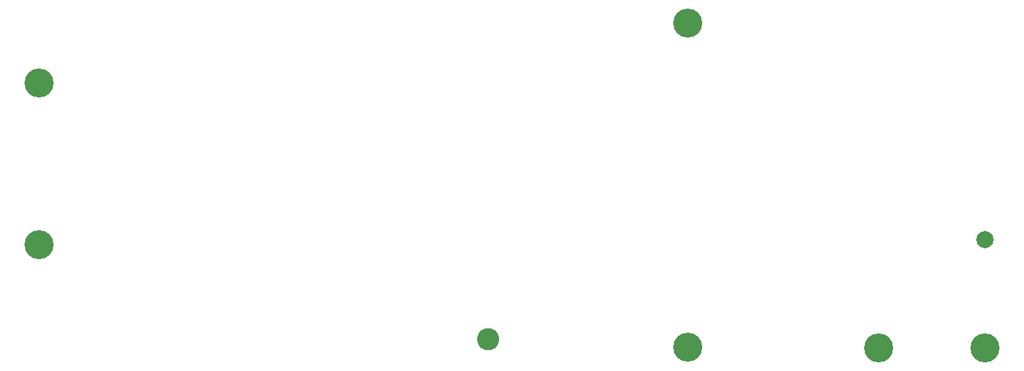
<source format=gts>
%TF.GenerationSoftware,KiCad,Pcbnew,9.0.7*%
%TF.CreationDate,2026-02-08T18:56:31+03:00*%
%TF.ProjectId,mriya-top-plate-1.1.3,6d726979-612d-4746-9f70-2d706c617465,1.1.3*%
%TF.SameCoordinates,Original*%
%TF.FileFunction,Soldermask,Top*%
%TF.FilePolarity,Negative*%
%FSLAX46Y46*%
G04 Gerber Fmt 4.6, Leading zero omitted, Abs format (unit mm)*
G04 Created by KiCad (PCBNEW 9.0.7) date 2026-02-08 18:56:31*
%MOMM*%
%LPD*%
G01*
G04 APERTURE LIST*
%ADD10C,2.000000*%
%ADD11C,3.400000*%
%ADD12C,2.600000*%
G04 APERTURE END LIST*
D10*
%TO.C,MH5*%
X170300000Y-86000000D03*
%TD*%
D11*
%TO.C,MH4*%
X135500000Y-98650000D03*
%TD*%
%TO.C,MH3*%
X59500000Y-86650000D03*
%TD*%
%TO.C,MH2*%
X59500000Y-67650000D03*
%TD*%
%TO.C,MH1*%
X135500000Y-60650000D03*
%TD*%
%TO.C,H3*%
X170300000Y-98700000D03*
%TD*%
%TO.C,H2*%
X157800000Y-98700000D03*
%TD*%
D12*
%TO.C,H1*%
X112100000Y-97700000D03*
%TD*%
M02*

</source>
